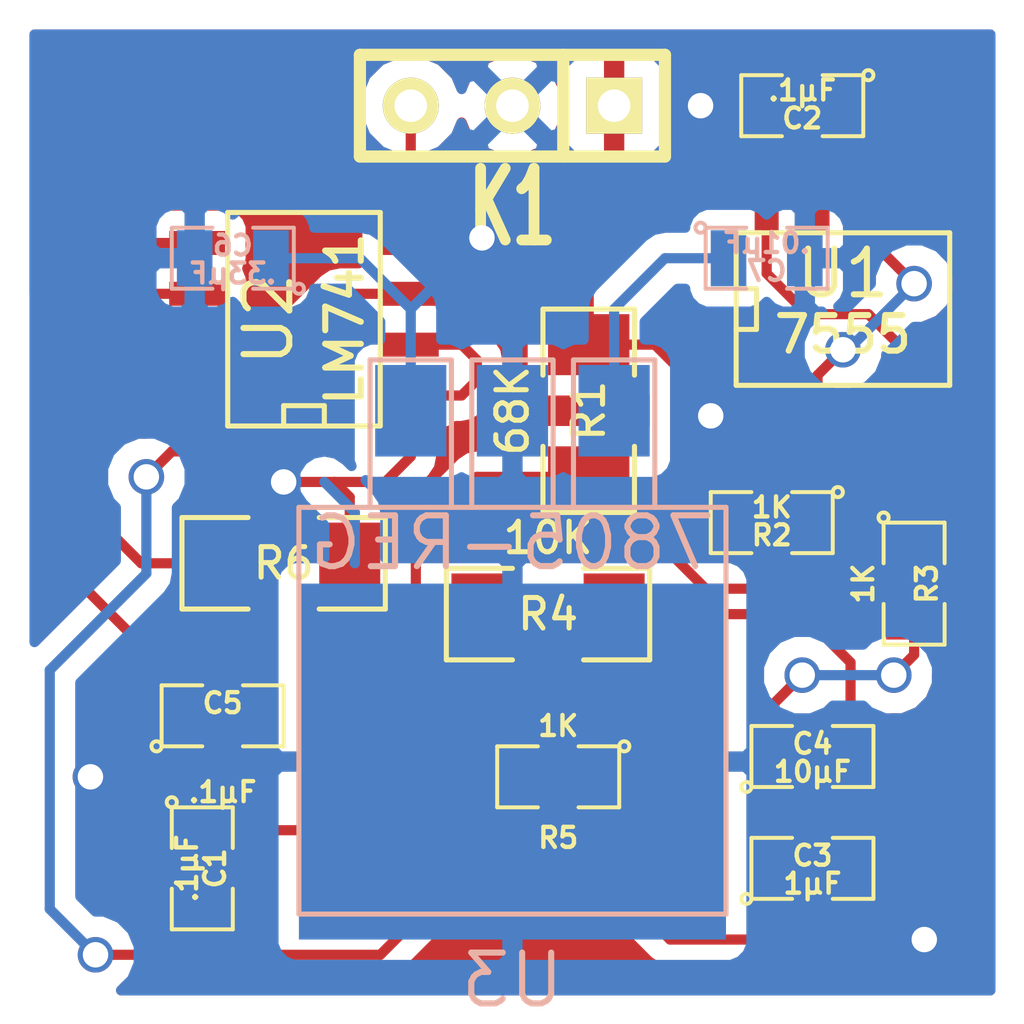
<source format=kicad_pcb>
(kicad_pcb (version 3) (host pcbnew "(2013-07-07 BZR 4022)-stable")

  (general
    (links 35)
    (no_connects 2)
    (area 0 0 0 0)
    (thickness 1.6)
    (drawings 4)
    (tracks 123)
    (zones 0)
    (modules 17)
    (nets 14)
  )

  (page A3)
  (layers
    (15 F.Cu signal)
    (0 B.Cu signal)
    (16 B.Adhes user)
    (17 F.Adhes user)
    (18 B.Paste user)
    (19 F.Paste user)
    (20 B.SilkS user)
    (21 F.SilkS user)
    (22 B.Mask user)
    (23 F.Mask user)
    (24 Dwgs.User user)
    (25 Cmts.User user)
    (26 Eco1.User user)
    (27 Eco2.User user)
    (28 Edge.Cuts user)
  )

  (setup
    (last_trace_width 0.254)
    (trace_clearance 0.254)
    (zone_clearance 0.508)
    (zone_45_only no)
    (trace_min 0.254)
    (segment_width 0.2)
    (edge_width 0.15)
    (via_size 0.889)
    (via_drill 0.635)
    (via_min_size 0.889)
    (via_min_drill 0.508)
    (uvia_size 0.508)
    (uvia_drill 0.127)
    (uvias_allowed no)
    (uvia_min_size 0.508)
    (uvia_min_drill 0.127)
    (pcb_text_width 0.3)
    (pcb_text_size 1 1)
    (mod_edge_width 0.15)
    (mod_text_size 1 1)
    (mod_text_width 0.15)
    (pad_size 1.397 1.397)
    (pad_drill 0.8128)
    (pad_to_mask_clearance 0)
    (aux_axis_origin 0 0)
    (visible_elements 7FFFFFFF)
    (pcbplotparams
      (layerselection 3178497)
      (usegerberextensions true)
      (excludeedgelayer true)
      (linewidth 0.150000)
      (plotframeref false)
      (viasonmask false)
      (mode 1)
      (useauxorigin false)
      (hpglpennumber 1)
      (hpglpenspeed 20)
      (hpglpendiameter 15)
      (hpglpenoverlay 2)
      (psnegative false)
      (psa4output false)
      (plotreference true)
      (plotvalue true)
      (plotothertext true)
      (plotinvisibletext false)
      (padsonsilk false)
      (subtractmaskfromsilk false)
      (outputformat 1)
      (mirror false)
      (drillshape 1)
      (scaleselection 1)
      (outputdirectory ""))
  )

  (net 0 "")
  (net 1 -9V)
  (net 2 GND)
  (net 3 N-0000010)
  (net 4 N-0000011)
  (net 5 N-0000012)
  (net 6 N-0000013)
  (net 7 N-0000014)
  (net 8 N-000005)
  (net 9 N-000006)
  (net 10 N-000007)
  (net 11 N-000008)
  (net 12 N-000009)
  (net 13 VCC)

  (net_class Default "This is the default net class."
    (clearance 0.254)
    (trace_width 0.254)
    (via_dia 0.889)
    (via_drill 0.635)
    (uvia_dia 0.508)
    (uvia_drill 0.127)
    (add_net "")
    (add_net -9V)
    (add_net GND)
    (add_net N-0000010)
    (add_net N-0000011)
    (add_net N-0000012)
    (add_net N-0000013)
    (add_net N-0000014)
    (add_net N-000005)
    (add_net N-000006)
    (add_net N-000007)
    (add_net N-000008)
    (add_net N-000009)
    (add_net VCC)
  )

  (module SO8E (layer F.Cu) (tedit 52E6A00E) (tstamp 52E68808)
    (at 208.28 135.89)
    (descr "module CMS SOJ 8 pins etroit")
    (tags "CMS SOJ")
    (path /52E5B921)
    (attr smd)
    (fp_text reference U1 (at 0 -0.889) (layer F.SilkS)
      (effects (font (size 1.143 1.143) (thickness 0.1524)))
    )
    (fp_text value 7555 (at 0 0.635) (layer F.SilkS)
      (effects (font (size 0.889 0.889) (thickness 0.1524)))
    )
    (fp_line (start -2.667 1.778) (end -2.667 1.905) (layer F.SilkS) (width 0.127))
    (fp_line (start -2.667 1.905) (end 2.667 1.905) (layer F.SilkS) (width 0.127))
    (fp_line (start 2.667 -1.905) (end -2.667 -1.905) (layer F.SilkS) (width 0.127))
    (fp_line (start -2.667 -1.905) (end -2.667 1.778) (layer F.SilkS) (width 0.127))
    (fp_line (start -2.667 -0.508) (end -2.159 -0.508) (layer F.SilkS) (width 0.127))
    (fp_line (start -2.159 -0.508) (end -2.159 0.508) (layer F.SilkS) (width 0.127))
    (fp_line (start -2.159 0.508) (end -2.667 0.508) (layer F.SilkS) (width 0.127))
    (fp_line (start 2.667 -1.905) (end 2.667 1.905) (layer F.SilkS) (width 0.127))
    (pad 8 smd rect (at -1.905 -2.667) (size 0.59944 1.39954)
      (layers F.Cu F.Paste F.Mask)
      (net 3 N-0000010)
    )
    (pad 1 smd rect (at -1.905 2.667) (size 0.59944 1.39954)
      (layers F.Cu F.Paste F.Mask)
      (net 2 GND)
    )
    (pad 7 smd rect (at -0.635 -2.667) (size 0.59944 1.39954)
      (layers F.Cu F.Paste F.Mask)
      (net 4 N-0000011)
    )
    (pad 6 smd rect (at 0.635 -2.667) (size 0.59944 1.39954)
      (layers F.Cu F.Paste F.Mask)
      (net 11 N-000008)
    )
    (pad 5 smd rect (at 1.905 -2.667) (size 0.59944 1.39954)
      (layers F.Cu F.Paste F.Mask)
      (net 5 N-0000012)
    )
    (pad 2 smd rect (at -0.635 2.667) (size 0.59944 1.39954)
      (layers F.Cu F.Paste F.Mask)
      (net 11 N-000008)
    )
    (pad 3 smd rect (at 0.635 2.667) (size 0.59944 1.39954)
      (layers F.Cu F.Paste F.Mask)
      (net 12 N-000009)
    )
    (pad 4 smd rect (at 1.905 2.667) (size 0.59944 1.39954)
      (layers F.Cu F.Paste F.Mask)
      (net 3 N-0000010)
    )
    (model smd/cms_so8.wrl
      (at (xyz 0 0 0))
      (scale (xyz 0.5 0.32 0.5))
      (rotate (xyz 0 0 0))
    )
  )

  (module SO8E (layer F.Cu) (tedit 4F33A5C7) (tstamp 52E6B2A8)
    (at 194.818 136.144 90)
    (descr "module CMS SOJ 8 pins etroit")
    (tags "CMS SOJ")
    (path /52E5BC9B)
    (attr smd)
    (fp_text reference U2 (at 0 -0.889 90) (layer F.SilkS)
      (effects (font (size 1.143 1.143) (thickness 0.1524)))
    )
    (fp_text value LM741 (at 0 1.016 90) (layer F.SilkS)
      (effects (font (size 0.889 0.889) (thickness 0.1524)))
    )
    (fp_line (start -2.667 1.778) (end -2.667 1.905) (layer F.SilkS) (width 0.127))
    (fp_line (start -2.667 1.905) (end 2.667 1.905) (layer F.SilkS) (width 0.127))
    (fp_line (start 2.667 -1.905) (end -2.667 -1.905) (layer F.SilkS) (width 0.127))
    (fp_line (start -2.667 -1.905) (end -2.667 1.778) (layer F.SilkS) (width 0.127))
    (fp_line (start -2.667 -0.508) (end -2.159 -0.508) (layer F.SilkS) (width 0.127))
    (fp_line (start -2.159 -0.508) (end -2.159 0.508) (layer F.SilkS) (width 0.127))
    (fp_line (start -2.159 0.508) (end -2.667 0.508) (layer F.SilkS) (width 0.127))
    (fp_line (start 2.667 -1.905) (end 2.667 1.905) (layer F.SilkS) (width 0.127))
    (pad 8 smd rect (at -1.905 -2.667 90) (size 0.59944 1.39954)
      (layers F.Cu F.Paste F.Mask)
    )
    (pad 1 smd rect (at -1.905 2.667 90) (size 0.59944 1.39954)
      (layers F.Cu F.Paste F.Mask)
      (net 2 GND)
    )
    (pad 7 smd rect (at -0.635 -2.667 90) (size 0.59944 1.39954)
      (layers F.Cu F.Paste F.Mask)
      (net 13 VCC)
    )
    (pad 6 smd rect (at 0.635 -2.667 90) (size 0.59944 1.39954)
      (layers F.Cu F.Paste F.Mask)
      (net 9 N-000006)
    )
    (pad 5 smd rect (at 1.905 -2.667 90) (size 0.59944 1.39954)
      (layers F.Cu F.Paste F.Mask)
      (net 10 N-000007)
    )
    (pad 2 smd rect (at -0.635 2.667 90) (size 0.59944 1.39954)
      (layers F.Cu F.Paste F.Mask)
      (net 2 GND)
    )
    (pad 3 smd rect (at 0.635 2.667 90) (size 0.59944 1.39954)
      (layers F.Cu F.Paste F.Mask)
      (net 8 N-000005)
    )
    (pad 4 smd rect (at 1.905 2.667 90) (size 0.59944 1.39954)
      (layers F.Cu F.Paste F.Mask)
      (net 1 -9V)
    )
    (model smd/cms_so8.wrl
      (at (xyz 0 0 0))
      (scale (xyz 0.5 0.32 0.5))
      (rotate (xyz 0 0 0))
    )
  )

  (module SM1206 (layer F.Cu) (tedit 52E6A05B) (tstamp 52E68853)
    (at 201.93 138.43 270)
    (path /52E5B97E)
    (attr smd)
    (fp_text reference R1 (at 0 0 270) (layer F.SilkS)
      (effects (font (size 0.762 0.762) (thickness 0.127)))
    )
    (fp_text value 68K (at 0 1.905 270) (layer F.SilkS)
      (effects (font (size 0.762 0.762) (thickness 0.127)))
    )
    (fp_line (start -2.54 -1.143) (end -2.54 1.143) (layer F.SilkS) (width 0.127))
    (fp_line (start -2.54 1.143) (end -0.889 1.143) (layer F.SilkS) (width 0.127))
    (fp_line (start 0.889 -1.143) (end 2.54 -1.143) (layer F.SilkS) (width 0.127))
    (fp_line (start 2.54 -1.143) (end 2.54 1.143) (layer F.SilkS) (width 0.127))
    (fp_line (start 2.54 1.143) (end 0.889 1.143) (layer F.SilkS) (width 0.127))
    (fp_line (start -0.889 -1.143) (end -2.54 -1.143) (layer F.SilkS) (width 0.127))
    (pad 1 smd rect (at -1.651 0 270) (size 1.524 2.032)
      (layers F.Cu F.Paste F.Mask)
      (net 4 N-0000011)
    )
    (pad 2 smd rect (at 1.651 0 270) (size 1.524 2.032)
      (layers F.Cu F.Paste F.Mask)
      (net 11 N-000008)
    )
    (model smd/chip_cms.wrl
      (at (xyz 0 0 0))
      (scale (xyz 0.17 0.16 0.16))
      (rotate (xyz 0 0 0))
    )
  )

  (module SM1206 (layer F.Cu) (tedit 52E6AEDC) (tstamp 52E687F3)
    (at 200.914 143.51)
    (path /52E5BB35)
    (attr smd)
    (fp_text reference R4 (at 0 0) (layer F.SilkS)
      (effects (font (size 0.762 0.762) (thickness 0.127)))
    )
    (fp_text value 10K (at 0 -1.905) (layer F.SilkS)
      (effects (font (size 0.762 0.762) (thickness 0.127)))
    )
    (fp_line (start -2.54 -1.143) (end -2.54 1.143) (layer F.SilkS) (width 0.127))
    (fp_line (start -2.54 1.143) (end -0.889 1.143) (layer F.SilkS) (width 0.127))
    (fp_line (start 0.889 -1.143) (end 2.54 -1.143) (layer F.SilkS) (width 0.127))
    (fp_line (start 2.54 -1.143) (end 2.54 1.143) (layer F.SilkS) (width 0.127))
    (fp_line (start 2.54 1.143) (end 0.889 1.143) (layer F.SilkS) (width 0.127))
    (fp_line (start -0.889 -1.143) (end -2.54 -1.143) (layer F.SilkS) (width 0.127))
    (pad 1 smd rect (at -1.651 0) (size 1.524 2.032)
      (layers F.Cu F.Paste F.Mask)
      (net 8 N-000005)
    )
    (pad 2 smd rect (at 1.651 0) (size 1.524 2.032)
      (layers F.Cu F.Paste F.Mask)
      (net 6 N-0000013)
    )
    (model smd/chip_cms.wrl
      (at (xyz 0 0 0))
      (scale (xyz 0.17 0.16 0.16))
      (rotate (xyz 0 0 0))
    )
  )

  (module SM1206 (layer F.Cu) (tedit 42806E24) (tstamp 52E687E6)
    (at 194.31 142.24 180)
    (path /52E5C0D6)
    (attr smd)
    (fp_text reference R6 (at 0 0 180) (layer F.SilkS)
      (effects (font (size 0.762 0.762) (thickness 0.127)))
    )
    (fp_text value 2K2 (at 0 0 180) (layer F.SilkS) hide
      (effects (font (size 0.762 0.762) (thickness 0.127)))
    )
    (fp_line (start -2.54 -1.143) (end -2.54 1.143) (layer F.SilkS) (width 0.127))
    (fp_line (start -2.54 1.143) (end -0.889 1.143) (layer F.SilkS) (width 0.127))
    (fp_line (start 0.889 -1.143) (end 2.54 -1.143) (layer F.SilkS) (width 0.127))
    (fp_line (start 2.54 -1.143) (end 2.54 1.143) (layer F.SilkS) (width 0.127))
    (fp_line (start 2.54 1.143) (end 0.889 1.143) (layer F.SilkS) (width 0.127))
    (fp_line (start -0.889 -1.143) (end -2.54 -1.143) (layer F.SilkS) (width 0.127))
    (pad 1 smd rect (at -1.651 0 180) (size 1.524 2.032)
      (layers F.Cu F.Paste F.Mask)
      (net 2 GND)
    )
    (pad 2 smd rect (at 1.651 0 180) (size 1.524 2.032)
      (layers F.Cu F.Paste F.Mask)
      (net 9 N-000006)
    )
    (model smd/chip_cms.wrl
      (at (xyz 0 0 0))
      (scale (xyz 0.17 0.16 0.16))
      (rotate (xyz 0 0 0))
    )
  )

  (module SM0805 (layer F.Cu) (tedit 5091495C) (tstamp 52E6866A)
    (at 206.502 141.224 180)
    (path /52E5B96F)
    (attr smd)
    (fp_text reference R2 (at 0 -0.3175 180) (layer F.SilkS)
      (effects (font (size 0.50038 0.50038) (thickness 0.10922)))
    )
    (fp_text value 1K (at 0 0.381 180) (layer F.SilkS)
      (effects (font (size 0.50038 0.50038) (thickness 0.10922)))
    )
    (fp_circle (center -1.651 0.762) (end -1.651 0.635) (layer F.SilkS) (width 0.09906))
    (fp_line (start -0.508 0.762) (end -1.524 0.762) (layer F.SilkS) (width 0.09906))
    (fp_line (start -1.524 0.762) (end -1.524 -0.762) (layer F.SilkS) (width 0.09906))
    (fp_line (start -1.524 -0.762) (end -0.508 -0.762) (layer F.SilkS) (width 0.09906))
    (fp_line (start 0.508 -0.762) (end 1.524 -0.762) (layer F.SilkS) (width 0.09906))
    (fp_line (start 1.524 -0.762) (end 1.524 0.762) (layer F.SilkS) (width 0.09906))
    (fp_line (start 1.524 0.762) (end 0.508 0.762) (layer F.SilkS) (width 0.09906))
    (pad 1 smd rect (at -0.9525 0 180) (size 0.889 1.397)
      (layers F.Cu F.Paste F.Mask)
      (net 3 N-0000010)
    )
    (pad 2 smd rect (at 0.9525 0 180) (size 0.889 1.397)
      (layers F.Cu F.Paste F.Mask)
      (net 4 N-0000011)
    )
    (model smd/chip_cms.wrl
      (at (xyz 0 0 0))
      (scale (xyz 0.1 0.1 0.1))
      (rotate (xyz 0 0 0))
    )
  )

  (module SM0805 (layer F.Cu) (tedit 5091495C) (tstamp 52E68677)
    (at 192.278 149.86 270)
    (path /52E5B997)
    (attr smd)
    (fp_text reference C1 (at 0 -0.3175 270) (layer F.SilkS)
      (effects (font (size 0.50038 0.50038) (thickness 0.10922)))
    )
    (fp_text value .1µF (at 0 0.381 270) (layer F.SilkS)
      (effects (font (size 0.50038 0.50038) (thickness 0.10922)))
    )
    (fp_circle (center -1.651 0.762) (end -1.651 0.635) (layer F.SilkS) (width 0.09906))
    (fp_line (start -0.508 0.762) (end -1.524 0.762) (layer F.SilkS) (width 0.09906))
    (fp_line (start -1.524 0.762) (end -1.524 -0.762) (layer F.SilkS) (width 0.09906))
    (fp_line (start -1.524 -0.762) (end -0.508 -0.762) (layer F.SilkS) (width 0.09906))
    (fp_line (start 0.508 -0.762) (end 1.524 -0.762) (layer F.SilkS) (width 0.09906))
    (fp_line (start 1.524 -0.762) (end 1.524 0.762) (layer F.SilkS) (width 0.09906))
    (fp_line (start 1.524 0.762) (end 0.508 0.762) (layer F.SilkS) (width 0.09906))
    (pad 1 smd rect (at -0.9525 0 270) (size 0.889 1.397)
      (layers F.Cu F.Paste F.Mask)
      (net 11 N-000008)
    )
    (pad 2 smd rect (at 0.9525 0 270) (size 0.889 1.397)
      (layers F.Cu F.Paste F.Mask)
      (net 2 GND)
    )
    (model smd/chip_cms.wrl
      (at (xyz 0 0 0))
      (scale (xyz 0.1 0.1 0.1))
      (rotate (xyz 0 0 0))
    )
  )

  (module SM0805 (layer F.Cu) (tedit 5091495C) (tstamp 52E68846)
    (at 207.264 130.81 180)
    (path /52E5B9B3)
    (attr smd)
    (fp_text reference C2 (at 0 -0.3175 180) (layer F.SilkS)
      (effects (font (size 0.50038 0.50038) (thickness 0.10922)))
    )
    (fp_text value .1µF (at 0 0.381 180) (layer F.SilkS)
      (effects (font (size 0.50038 0.50038) (thickness 0.10922)))
    )
    (fp_circle (center -1.651 0.762) (end -1.651 0.635) (layer F.SilkS) (width 0.09906))
    (fp_line (start -0.508 0.762) (end -1.524 0.762) (layer F.SilkS) (width 0.09906))
    (fp_line (start -1.524 0.762) (end -1.524 -0.762) (layer F.SilkS) (width 0.09906))
    (fp_line (start -1.524 -0.762) (end -0.508 -0.762) (layer F.SilkS) (width 0.09906))
    (fp_line (start 0.508 -0.762) (end 1.524 -0.762) (layer F.SilkS) (width 0.09906))
    (fp_line (start 1.524 -0.762) (end 1.524 0.762) (layer F.SilkS) (width 0.09906))
    (fp_line (start 1.524 0.762) (end 0.508 0.762) (layer F.SilkS) (width 0.09906))
    (pad 1 smd rect (at -0.9525 0 180) (size 0.889 1.397)
      (layers F.Cu F.Paste F.Mask)
      (net 5 N-0000012)
    )
    (pad 2 smd rect (at 0.9525 0 180) (size 0.889 1.397)
      (layers F.Cu F.Paste F.Mask)
      (net 2 GND)
    )
    (model smd/chip_cms.wrl
      (at (xyz 0 0 0))
      (scale (xyz 0.1 0.1 0.1))
      (rotate (xyz 0 0 0))
    )
  )

  (module SM0805 (layer F.Cu) (tedit 52E6AEF3) (tstamp 52E68691)
    (at 201.168 147.574 180)
    (path /52E5BB3B)
    (attr smd)
    (fp_text reference R5 (at 0 -1.524 180) (layer F.SilkS)
      (effects (font (size 0.50038 0.50038) (thickness 0.10922)))
    )
    (fp_text value 1K (at 0 1.27 180) (layer F.SilkS)
      (effects (font (size 0.50038 0.50038) (thickness 0.10922)))
    )
    (fp_circle (center -1.651 0.762) (end -1.651 0.635) (layer F.SilkS) (width 0.09906))
    (fp_line (start -0.508 0.762) (end -1.524 0.762) (layer F.SilkS) (width 0.09906))
    (fp_line (start -1.524 0.762) (end -1.524 -0.762) (layer F.SilkS) (width 0.09906))
    (fp_line (start -1.524 -0.762) (end -0.508 -0.762) (layer F.SilkS) (width 0.09906))
    (fp_line (start 0.508 -0.762) (end 1.524 -0.762) (layer F.SilkS) (width 0.09906))
    (fp_line (start 1.524 -0.762) (end 1.524 0.762) (layer F.SilkS) (width 0.09906))
    (fp_line (start 1.524 0.762) (end 0.508 0.762) (layer F.SilkS) (width 0.09906))
    (pad 1 smd rect (at -0.9525 0 180) (size 0.889 1.397)
      (layers F.Cu F.Paste F.Mask)
      (net 2 GND)
    )
    (pad 2 smd rect (at 0.9525 0 180) (size 0.889 1.397)
      (layers F.Cu F.Paste F.Mask)
      (net 8 N-000005)
    )
    (model smd/chip_cms.wrl
      (at (xyz 0 0 0))
      (scale (xyz 0.1 0.1 0.1))
      (rotate (xyz 0 0 0))
    )
  )

  (module SM0805 (layer F.Cu) (tedit 52E6A045) (tstamp 52E6869E)
    (at 210.058 142.748 270)
    (path /52E5BB4B)
    (attr smd)
    (fp_text reference R3 (at 0 -0.3175 270) (layer F.SilkS)
      (effects (font (size 0.50038 0.50038) (thickness 0.10922)))
    )
    (fp_text value 1K (at 0 1.27 270) (layer F.SilkS)
      (effects (font (size 0.50038 0.50038) (thickness 0.10922)))
    )
    (fp_circle (center -1.651 0.762) (end -1.651 0.635) (layer F.SilkS) (width 0.09906))
    (fp_line (start -0.508 0.762) (end -1.524 0.762) (layer F.SilkS) (width 0.09906))
    (fp_line (start -1.524 0.762) (end -1.524 -0.762) (layer F.SilkS) (width 0.09906))
    (fp_line (start -1.524 -0.762) (end -0.508 -0.762) (layer F.SilkS) (width 0.09906))
    (fp_line (start 0.508 -0.762) (end 1.524 -0.762) (layer F.SilkS) (width 0.09906))
    (fp_line (start 1.524 -0.762) (end 1.524 0.762) (layer F.SilkS) (width 0.09906))
    (fp_line (start 1.524 0.762) (end 0.508 0.762) (layer F.SilkS) (width 0.09906))
    (pad 1 smd rect (at -0.9525 0 270) (size 0.889 1.397)
      (layers F.Cu F.Paste F.Mask)
      (net 12 N-000009)
    )
    (pad 2 smd rect (at 0.9525 0 270) (size 0.889 1.397)
      (layers F.Cu F.Paste F.Mask)
      (net 7 N-0000014)
    )
    (model smd/chip_cms.wrl
      (at (xyz 0 0 0))
      (scale (xyz 0.1 0.1 0.1))
      (rotate (xyz 0 0 0))
    )
  )

  (module SM0805 (layer F.Cu) (tedit 52E6A042) (tstamp 52E686AB)
    (at 192.786 146.05)
    (path /52E5C087)
    (attr smd)
    (fp_text reference C5 (at 0 -0.3175) (layer F.SilkS)
      (effects (font (size 0.50038 0.50038) (thickness 0.10922)))
    )
    (fp_text value .1µF (at 0 1.905) (layer F.SilkS)
      (effects (font (size 0.50038 0.50038) (thickness 0.10922)))
    )
    (fp_circle (center -1.651 0.762) (end -1.651 0.635) (layer F.SilkS) (width 0.09906))
    (fp_line (start -0.508 0.762) (end -1.524 0.762) (layer F.SilkS) (width 0.09906))
    (fp_line (start -1.524 0.762) (end -1.524 -0.762) (layer F.SilkS) (width 0.09906))
    (fp_line (start -1.524 -0.762) (end -0.508 -0.762) (layer F.SilkS) (width 0.09906))
    (fp_line (start 0.508 -0.762) (end 1.524 -0.762) (layer F.SilkS) (width 0.09906))
    (fp_line (start 1.524 -0.762) (end 1.524 0.762) (layer F.SilkS) (width 0.09906))
    (fp_line (start 1.524 0.762) (end 0.508 0.762) (layer F.SilkS) (width 0.09906))
    (pad 1 smd rect (at -0.9525 0) (size 0.889 1.397)
      (layers F.Cu F.Paste F.Mask)
      (net 2 GND)
    )
    (pad 2 smd rect (at 0.9525 0) (size 0.889 1.397)
      (layers F.Cu F.Paste F.Mask)
      (net 10 N-000007)
    )
    (model smd/chip_cms.wrl
      (at (xyz 0 0 0))
      (scale (xyz 0.1 0.1 0.1))
      (rotate (xyz 0 0 0))
    )
  )

  (module SM0805 (layer F.Cu) (tedit 5091495C) (tstamp 52E686B8)
    (at 207.518 147.066)
    (path /52E5C543)
    (attr smd)
    (fp_text reference C4 (at 0 -0.3175) (layer F.SilkS)
      (effects (font (size 0.50038 0.50038) (thickness 0.10922)))
    )
    (fp_text value 10µF (at 0 0.381) (layer F.SilkS)
      (effects (font (size 0.50038 0.50038) (thickness 0.10922)))
    )
    (fp_circle (center -1.651 0.762) (end -1.651 0.635) (layer F.SilkS) (width 0.09906))
    (fp_line (start -0.508 0.762) (end -1.524 0.762) (layer F.SilkS) (width 0.09906))
    (fp_line (start -1.524 0.762) (end -1.524 -0.762) (layer F.SilkS) (width 0.09906))
    (fp_line (start -1.524 -0.762) (end -0.508 -0.762) (layer F.SilkS) (width 0.09906))
    (fp_line (start 0.508 -0.762) (end 1.524 -0.762) (layer F.SilkS) (width 0.09906))
    (fp_line (start 1.524 -0.762) (end 1.524 0.762) (layer F.SilkS) (width 0.09906))
    (fp_line (start 1.524 0.762) (end 0.508 0.762) (layer F.SilkS) (width 0.09906))
    (pad 1 smd rect (at -0.9525 0) (size 0.889 1.397)
      (layers F.Cu F.Paste F.Mask)
      (net 7 N-0000014)
    )
    (pad 2 smd rect (at 0.9525 0) (size 0.889 1.397)
      (layers F.Cu F.Paste F.Mask)
      (net 6 N-0000013)
    )
    (model smd/chip_cms.wrl
      (at (xyz 0 0 0))
      (scale (xyz 0.1 0.1 0.1))
      (rotate (xyz 0 0 0))
    )
  )

  (module SM0805 (layer F.Cu) (tedit 5091495C) (tstamp 52E68838)
    (at 207.518 149.86)
    (path /52E5C61B)
    (attr smd)
    (fp_text reference C3 (at 0 -0.3175) (layer F.SilkS)
      (effects (font (size 0.50038 0.50038) (thickness 0.10922)))
    )
    (fp_text value 1µF (at 0 0.381) (layer F.SilkS)
      (effects (font (size 0.50038 0.50038) (thickness 0.10922)))
    )
    (fp_circle (center -1.651 0.762) (end -1.651 0.635) (layer F.SilkS) (width 0.09906))
    (fp_line (start -0.508 0.762) (end -1.524 0.762) (layer F.SilkS) (width 0.09906))
    (fp_line (start -1.524 0.762) (end -1.524 -0.762) (layer F.SilkS) (width 0.09906))
    (fp_line (start -1.524 -0.762) (end -0.508 -0.762) (layer F.SilkS) (width 0.09906))
    (fp_line (start 0.508 -0.762) (end 1.524 -0.762) (layer F.SilkS) (width 0.09906))
    (fp_line (start 1.524 -0.762) (end 1.524 0.762) (layer F.SilkS) (width 0.09906))
    (fp_line (start 1.524 0.762) (end 0.508 0.762) (layer F.SilkS) (width 0.09906))
    (pad 1 smd rect (at -0.9525 0) (size 0.889 1.397)
      (layers F.Cu F.Paste F.Mask)
      (net 7 N-0000014)
    )
    (pad 2 smd rect (at 0.9525 0) (size 0.889 1.397)
      (layers F.Cu F.Paste F.Mask)
      (net 2 GND)
    )
    (model smd/chip_cms.wrl
      (at (xyz 0 0 0))
      (scale (xyz 0.1 0.1 0.1))
      (rotate (xyz 0 0 0))
    )
  )

  (module SIL-3 (layer F.Cu) (tedit 52E69E46) (tstamp 52E6882A)
    (at 200.025 130.81 180)
    (descr "Connecteur 3 pins")
    (tags "CONN DEV")
    (path /52E5D0F7)
    (fp_text reference K1 (at 0 -2.54 180) (layer F.SilkS)
      (effects (font (size 1.7907 1.07696) (thickness 0.3048)))
    )
    (fp_text value CONN_3 (at 0 -2.54 180) (layer F.SilkS) hide
      (effects (font (size 1.524 1.016) (thickness 0.3048)))
    )
    (fp_line (start -3.81 1.27) (end -3.81 -1.27) (layer F.SilkS) (width 0.3048))
    (fp_line (start -3.81 -1.27) (end 3.81 -1.27) (layer F.SilkS) (width 0.3048))
    (fp_line (start 3.81 -1.27) (end 3.81 1.27) (layer F.SilkS) (width 0.3048))
    (fp_line (start 3.81 1.27) (end -3.81 1.27) (layer F.SilkS) (width 0.3048))
    (fp_line (start -1.27 -1.27) (end -1.27 1.27) (layer F.SilkS) (width 0.3048))
    (pad 1 thru_hole rect (at -2.54 0 180) (size 1.397 1.397) (drill 0.8128)
      (layers *.Cu *.Mask F.SilkS)
      (net 13 VCC)
    )
    (pad 2 thru_hole circle (at 0 0 180) (size 1.397 1.397) (drill 0.8128)
      (layers *.Cu *.Mask F.SilkS)
      (net 2 GND)
    )
    (pad 3 thru_hole circle (at 2.54 0 180) (size 1.397 1.397) (drill 0.8128)
      (layers *.Cu *.Mask F.SilkS)
      (net 1 -9V)
    )
  )

  (module SM0805 (layer B.Cu) (tedit 5091495C) (tstamp 52E68A88)
    (at 193.04 134.62 180)
    (path /52E68988)
    (attr smd)
    (fp_text reference C6 (at 0 0.3175 180) (layer B.SilkS)
      (effects (font (size 0.50038 0.50038) (thickness 0.10922)) (justify mirror))
    )
    (fp_text value .33µF (at 0 -0.381 180) (layer B.SilkS)
      (effects (font (size 0.50038 0.50038) (thickness 0.10922)) (justify mirror))
    )
    (fp_circle (center -1.651 -0.762) (end -1.651 -0.635) (layer B.SilkS) (width 0.09906))
    (fp_line (start -0.508 -0.762) (end -1.524 -0.762) (layer B.SilkS) (width 0.09906))
    (fp_line (start -1.524 -0.762) (end -1.524 0.762) (layer B.SilkS) (width 0.09906))
    (fp_line (start -1.524 0.762) (end -0.508 0.762) (layer B.SilkS) (width 0.09906))
    (fp_line (start 0.508 0.762) (end 1.524 0.762) (layer B.SilkS) (width 0.09906))
    (fp_line (start 1.524 0.762) (end 1.524 -0.762) (layer B.SilkS) (width 0.09906))
    (fp_line (start 1.524 -0.762) (end 0.508 -0.762) (layer B.SilkS) (width 0.09906))
    (pad 1 smd rect (at -0.9525 0 180) (size 0.889 1.397)
      (layers B.Cu B.Paste B.Mask)
      (net 13 VCC)
    )
    (pad 2 smd rect (at 0.9525 0 180) (size 0.889 1.397)
      (layers B.Cu B.Paste B.Mask)
      (net 2 GND)
    )
    (model smd/chip_cms.wrl
      (at (xyz 0 0 0))
      (scale (xyz 0.1 0.1 0.1))
      (rotate (xyz 0 0 0))
    )
  )

  (module SM0805 (layer B.Cu) (tedit 5091495C) (tstamp 52E68A95)
    (at 206.375 134.62)
    (path /52E68995)
    (attr smd)
    (fp_text reference C7 (at 0 0.3175) (layer B.SilkS)
      (effects (font (size 0.50038 0.50038) (thickness 0.10922)) (justify mirror))
    )
    (fp_text value .01µF (at 0 -0.381) (layer B.SilkS)
      (effects (font (size 0.50038 0.50038) (thickness 0.10922)) (justify mirror))
    )
    (fp_circle (center -1.651 -0.762) (end -1.651 -0.635) (layer B.SilkS) (width 0.09906))
    (fp_line (start -0.508 -0.762) (end -1.524 -0.762) (layer B.SilkS) (width 0.09906))
    (fp_line (start -1.524 -0.762) (end -1.524 0.762) (layer B.SilkS) (width 0.09906))
    (fp_line (start -1.524 0.762) (end -0.508 0.762) (layer B.SilkS) (width 0.09906))
    (fp_line (start 0.508 0.762) (end 1.524 0.762) (layer B.SilkS) (width 0.09906))
    (fp_line (start 1.524 0.762) (end 1.524 -0.762) (layer B.SilkS) (width 0.09906))
    (fp_line (start 1.524 -0.762) (end 0.508 -0.762) (layer B.SilkS) (width 0.09906))
    (pad 1 smd rect (at -0.9525 0) (size 0.889 1.397)
      (layers B.Cu B.Paste B.Mask)
      (net 3 N-0000010)
    )
    (pad 2 smd rect (at 0.9525 0) (size 0.889 1.397)
      (layers B.Cu B.Paste B.Mask)
      (net 2 GND)
    )
    (model smd/chip_cms.wrl
      (at (xyz 0 0 0))
      (scale (xyz 0.1 0.1 0.1))
      (rotate (xyz 0 0 0))
    )
  )

  (module DPAK3 (layer B.Cu) (tedit 42808881) (tstamp 52E6AD34)
    (at 200.025 138.43)
    (tags "CMS DPACK")
    (path /52E69C4C)
    (fp_text reference U3 (at 0 14.224) (layer B.SilkS)
      (effects (font (size 1.27 1.27) (thickness 0.1524)) (justify mirror))
    )
    (fp_text value 7805-REG (at 0 3.302) (layer B.SilkS)
      (effects (font (size 1.27 1.27) (thickness 0.1524)) (justify mirror))
    )
    (fp_line (start 1.524 2.413) (end 1.524 -1.27) (layer B.SilkS) (width 0.127))
    (fp_line (start 1.524 -1.27) (end 3.556 -1.27) (layer B.SilkS) (width 0.127))
    (fp_line (start 3.556 -1.27) (end 3.556 2.413) (layer B.SilkS) (width 0.127))
    (fp_line (start -1.016 2.413) (end -1.016 -1.27) (layer B.SilkS) (width 0.127))
    (fp_line (start -1.016 -1.27) (end 1.016 -1.27) (layer B.SilkS) (width 0.127))
    (fp_line (start 1.016 -1.27) (end 1.016 2.413) (layer B.SilkS) (width 0.127))
    (fp_line (start -3.556 2.413) (end -3.556 -1.27) (layer B.SilkS) (width 0.127))
    (fp_line (start -3.556 -1.27) (end -1.524 -1.27) (layer B.SilkS) (width 0.127))
    (fp_line (start -1.524 -1.27) (end -1.524 2.413) (layer B.SilkS) (width 0.127))
    (fp_line (start -5.334 2.413) (end 5.334 2.413) (layer B.SilkS) (width 0.127))
    (fp_line (start 5.334 2.413) (end 5.334 12.573) (layer B.SilkS) (width 0.127))
    (fp_line (start 5.334 12.573) (end -5.334 12.573) (layer B.SilkS) (width 0.127))
    (fp_line (start -5.334 12.573) (end -5.334 2.413) (layer B.SilkS) (width 0.127))
    (pad 2 smd rect (at 0 8.763) (size 10.668 8.89)
      (layers B.Cu B.Paste B.Mask)
      (net 2 GND)
    )
    (pad 2 smd rect (at 0 0) (size 1.778 2.286)
      (layers B.Cu B.Paste B.Mask)
      (net 2 GND)
    )
    (pad 1 smd rect (at -2.54 0) (size 1.778 2.286)
      (layers B.Cu B.Paste B.Mask)
      (net 13 VCC)
    )
    (pad 3 smd rect (at 2.54 0) (size 1.778 2.286)
      (layers B.Cu B.Paste B.Mask)
      (net 3 N-0000010)
    )
    (model smd/dpack_3.wrl
      (at (xyz 0 0 0))
      (scale (xyz 1 1 1))
      (rotate (xyz 0 0 0))
    )
  )

  (gr_line (start 212.725 128.27) (end 187.325 128.27) (angle 90) (layer Eco2.User) (width 0.2))
  (gr_line (start 212.725 153.67) (end 212.725 128.27) (angle 90) (layer Eco2.User) (width 0.2))
  (gr_line (start 187.325 153.67) (end 212.725 153.67) (angle 90) (layer Eco2.User) (width 0.2))
  (gr_line (start 187.325 128.27) (end 187.325 153.67) (angle 90) (layer Eco2.User) (width 0.2))

  (segment (start 196.088 142.24) (end 196.088 140.97) (width 0.254) (layer B.Cu) (net 0))
  (segment (start 196.088 140.97) (end 195.326 140.208) (width 0.254) (layer B.Cu) (net 0) (tstamp 52E6B3B5))
  (segment (start 197.485 130.81) (end 197.485 134.239) (width 0.254) (layer F.Cu) (net 1) (status C00000))
  (segment (start 206.375 138.557) (end 204.978 138.557) (width 0.254) (layer F.Cu) (net 2) (status 400000))
  (via (at 204.978 138.557) (size 0.889) (layers F.Cu B.Cu) (net 2))
  (segment (start 195.961 142.24) (end 195.961 140.589) (width 0.254) (layer F.Cu) (net 2) (status 400000))
  (segment (start 195.961 140.589) (end 195.58 140.208) (width 0.254) (layer F.Cu) (net 2) (tstamp 52E6B3C4))
  (segment (start 197.485 138.049) (end 197.485 139.573) (width 0.254) (layer F.Cu) (net 2) (status 400000))
  (via (at 194.31 140.208) (size 0.889) (layers F.Cu B.Cu) (net 2))
  (segment (start 196.85 140.208) (end 195.58 140.208) (width 0.254) (layer F.Cu) (net 2) (tstamp 52E6B3AE))
  (segment (start 195.58 140.208) (end 194.31 140.208) (width 0.254) (layer F.Cu) (net 2) (tstamp 52E6B3CB))
  (segment (start 197.485 139.573) (end 196.85 140.208) (width 0.254) (layer F.Cu) (net 2) (tstamp 52E6B3AB))
  (segment (start 197.485 136.779) (end 198.755 136.779) (width 0.254) (layer F.Cu) (net 2) (status 400000))
  (segment (start 198.755 138.049) (end 197.485 138.049) (width 0.254) (layer F.Cu) (net 2) (tstamp 52E6B2DC) (status 800000))
  (segment (start 199.136 137.668) (end 198.755 138.049) (width 0.254) (layer F.Cu) (net 2) (tstamp 52E6B2DB))
  (segment (start 199.136 137.16) (end 199.136 137.668) (width 0.254) (layer F.Cu) (net 2) (tstamp 52E6B2DA))
  (segment (start 198.755 136.779) (end 199.136 137.16) (width 0.254) (layer F.Cu) (net 2) (tstamp 52E6B2D9))
  (segment (start 206.3115 130.81) (end 204.724 130.81) (width 0.254) (layer F.Cu) (net 2))
  (via (at 204.724 130.81) (size 0.889) (layers F.Cu B.Cu) (net 2))
  (segment (start 208.4705 149.86) (end 209.804 149.86) (width 0.254) (layer F.Cu) (net 2))
  (segment (start 202.1205 149.7965) (end 203.962 151.638) (width 0.254) (layer F.Cu) (net 2) (tstamp 52E6B175))
  (segment (start 203.962 151.638) (end 210.312 151.638) (width 0.254) (layer F.Cu) (net 2) (tstamp 52E6B179))
  (via (at 210.312 151.638) (size 0.889) (layers F.Cu B.Cu) (net 2))
  (segment (start 202.1205 149.7965) (end 202.1205 147.574) (width 0.254) (layer F.Cu) (net 2))
  (segment (start 210.312 150.368) (end 210.312 151.638) (width 0.254) (layer F.Cu) (net 2) (tstamp 52E6B180))
  (segment (start 209.804 149.86) (end 210.312 150.368) (width 0.254) (layer F.Cu) (net 2) (tstamp 52E6B17F))
  (segment (start 191.8335 146.05) (end 190.246 146.05) (width 0.254) (layer F.Cu) (net 2))
  (segment (start 190.9445 150.8125) (end 189.484 149.352) (width 0.254) (layer F.Cu) (net 2) (tstamp 52E6B12A))
  (segment (start 189.484 149.352) (end 189.484 147.574) (width 0.254) (layer F.Cu) (net 2) (tstamp 52E6B132))
  (via (at 189.484 147.574) (size 0.889) (layers F.Cu B.Cu) (net 2))
  (segment (start 190.9445 150.8125) (end 192.278 150.8125) (width 0.254) (layer F.Cu) (net 2))
  (segment (start 189.484 146.812) (end 189.484 147.574) (width 0.254) (layer F.Cu) (net 2) (tstamp 52E6B14F))
  (segment (start 190.246 146.05) (end 189.484 146.812) (width 0.254) (layer F.Cu) (net 2) (tstamp 52E6B14A))
  (segment (start 210.185 138.557) (end 210.185 137.287) (width 0.254) (layer F.Cu) (net 3) (status 400000))
  (segment (start 206.375 135.001) (end 206.375 133.223) (width 0.254) (layer F.Cu) (net 3) (tstamp 52E6B45F) (status 800000))
  (segment (start 207.391 136.017) (end 206.375 135.001) (width 0.254) (layer F.Cu) (net 3) (tstamp 52E6B45C))
  (segment (start 208.915 136.017) (end 207.391 136.017) (width 0.254) (layer F.Cu) (net 3) (tstamp 52E6B459))
  (segment (start 210.185 137.287) (end 208.915 136.017) (width 0.254) (layer F.Cu) (net 3) (tstamp 52E6B455))
  (segment (start 202.565 138.43) (end 202.565 135.89) (width 0.254) (layer B.Cu) (net 3))
  (segment (start 203.835 134.62) (end 205.4225 134.62) (width 0.254) (layer B.Cu) (net 3) (tstamp 52E6AE13))
  (segment (start 202.565 135.89) (end 203.835 134.62) (width 0.254) (layer B.Cu) (net 3) (tstamp 52E6AE0F))
  (segment (start 201.93 136.779) (end 203.581 136.779) (width 0.254) (layer F.Cu) (net 4) (status 400000))
  (segment (start 204.089 139.7635) (end 205.5495 141.224) (width 0.254) (layer F.Cu) (net 4) (tstamp 52E6B3F6) (status 800000))
  (segment (start 204.089 137.287) (end 204.089 139.7635) (width 0.254) (layer F.Cu) (net 4) (tstamp 52E6B3F4))
  (segment (start 203.581 136.779) (end 204.089 137.287) (width 0.254) (layer F.Cu) (net 4) (tstamp 52E6B3F2))
  (segment (start 207.645 133.223) (end 207.645 132.334) (width 0.254) (layer F.Cu) (net 4) (status 400000))
  (segment (start 201.93 134.874) (end 201.93 136.779) (width 0.254) (layer F.Cu) (net 4) (tstamp 52E6B3EE) (status 800000))
  (segment (start 204.724 132.08) (end 201.93 134.874) (width 0.254) (layer F.Cu) (net 4) (tstamp 52E6B3EB))
  (segment (start 207.391 132.08) (end 204.724 132.08) (width 0.254) (layer F.Cu) (net 4) (tstamp 52E6B3E9))
  (segment (start 207.645 132.334) (end 207.391 132.08) (width 0.254) (layer F.Cu) (net 4) (tstamp 52E6B3E6))
  (segment (start 210.185 133.223) (end 210.185 131.699) (width 0.254) (layer F.Cu) (net 5))
  (segment (start 209.296 130.81) (end 208.2165 130.81) (width 0.254) (layer F.Cu) (net 5) (tstamp 52E6B0CE))
  (segment (start 210.185 131.699) (end 209.296 130.81) (width 0.254) (layer F.Cu) (net 5) (tstamp 52E6B0CD))
  (segment (start 208.4705 147.066) (end 208.4705 144.7165) (width 0.254) (layer F.Cu) (net 6))
  (segment (start 207.264 143.51) (end 202.565 143.51) (width 0.254) (layer F.Cu) (net 6) (tstamp 52E6AFF4))
  (segment (start 208.4705 144.7165) (end 207.264 143.51) (width 0.254) (layer F.Cu) (net 6) (tstamp 52E6AFEC))
  (segment (start 210.058 143.7005) (end 210.058 144.526) (width 0.254) (layer F.Cu) (net 7))
  (segment (start 206.5655 145.7325) (end 206.5655 147.066) (width 0.254) (layer F.Cu) (net 7) (tstamp 52E6B084))
  (segment (start 207.264 145.034) (end 206.5655 145.7325) (width 0.254) (layer F.Cu) (net 7) (tstamp 52E6B083))
  (via (at 207.264 145.034) (size 0.889) (layers F.Cu B.Cu) (net 7))
  (segment (start 209.55 145.034) (end 207.264 145.034) (width 0.254) (layer B.Cu) (net 7) (tstamp 52E6B07F))
  (via (at 209.55 145.034) (size 0.889) (layers F.Cu B.Cu) (net 7))
  (segment (start 210.058 144.526) (end 209.55 145.034) (width 0.254) (layer F.Cu) (net 7) (tstamp 52E6B078))
  (segment (start 206.5655 147.066) (end 206.5655 149.86) (width 0.254) (layer F.Cu) (net 7))
  (segment (start 199.263 143.51) (end 199.263 149.479) (width 0.254) (layer F.Cu) (net 8) (status 400000))
  (segment (start 195.707 135.509) (end 197.485 135.509) (width 0.254) (layer F.Cu) (net 8) (tstamp 52E6B4F1) (status 800000))
  (segment (start 194.691 136.525) (end 195.707 135.509) (width 0.254) (layer F.Cu) (net 8) (tstamp 52E6B4F0))
  (segment (start 194.691 138.557) (end 194.691 136.525) (width 0.254) (layer F.Cu) (net 8) (tstamp 52E6B4EF))
  (segment (start 193.802 139.446) (end 194.691 138.557) (width 0.254) (layer F.Cu) (net 8) (tstamp 52E6B4EC))
  (segment (start 191.516 139.446) (end 193.802 139.446) (width 0.254) (layer F.Cu) (net 8) (tstamp 52E6B4EB))
  (segment (start 190.881 140.081) (end 191.516 139.446) (width 0.254) (layer F.Cu) (net 8) (tstamp 52E6B4EA))
  (via (at 190.881 140.081) (size 0.889) (layers F.Cu B.Cu) (net 8))
  (segment (start 190.881 142.494) (end 190.881 140.081) (width 0.254) (layer B.Cu) (net 8) (tstamp 52E6B4E6))
  (segment (start 188.468 144.907) (end 190.881 142.494) (width 0.254) (layer B.Cu) (net 8) (tstamp 52E6B4E4))
  (segment (start 188.468 150.876) (end 188.468 144.907) (width 0.254) (layer B.Cu) (net 8) (tstamp 52E6B4D3))
  (segment (start 189.611 152.019) (end 188.468 150.876) (width 0.254) (layer B.Cu) (net 8) (tstamp 52E6B4D2))
  (via (at 189.611 152.019) (size 0.889) (layers F.Cu B.Cu) (net 8))
  (segment (start 196.723 152.019) (end 189.611 152.019) (width 0.254) (layer F.Cu) (net 8) (tstamp 52E6B4CF))
  (segment (start 199.263 149.479) (end 196.723 152.019) (width 0.254) (layer F.Cu) (net 8) (tstamp 52E6B4C5))
  (segment (start 200.2155 147.574) (end 200.2155 146.3675) (width 0.254) (layer F.Cu) (net 8))
  (segment (start 199.263 145.415) (end 199.263 143.51) (width 0.254) (layer F.Cu) (net 8) (tstamp 52E6AFDB))
  (segment (start 200.2155 146.3675) (end 199.263 145.415) (width 0.254) (layer F.Cu) (net 8) (tstamp 52E6AFD9))
  (segment (start 192.659 142.24) (end 190.754 142.24) (width 0.254) (layer F.Cu) (net 9) (status 400000))
  (segment (start 190.627 135.509) (end 192.151 135.509) (width 0.254) (layer F.Cu) (net 9) (tstamp 52E6B2EA) (status 800000))
  (segment (start 189.738 136.398) (end 190.627 135.509) (width 0.254) (layer F.Cu) (net 9) (tstamp 52E6B2E9))
  (segment (start 189.738 141.224) (end 189.738 136.398) (width 0.254) (layer F.Cu) (net 9) (tstamp 52E6B2E7))
  (segment (start 190.754 142.24) (end 189.738 141.224) (width 0.254) (layer F.Cu) (net 9) (tstamp 52E6B2E4))
  (segment (start 192.151 134.239) (end 190.373 134.239) (width 0.254) (layer F.Cu) (net 10) (status 400000))
  (segment (start 193.7385 144.7165) (end 193.7385 146.05) (width 0.254) (layer F.Cu) (net 10) (tstamp 52E6B315) (status 800000))
  (segment (start 193.294 144.272) (end 193.7385 144.7165) (width 0.254) (layer F.Cu) (net 10) (tstamp 52E6B314))
  (segment (start 190.754 144.272) (end 193.294 144.272) (width 0.254) (layer F.Cu) (net 10) (tstamp 52E6B312))
  (segment (start 188.722 142.24) (end 190.754 144.272) (width 0.254) (layer F.Cu) (net 10) (tstamp 52E6B310))
  (segment (start 188.722 135.89) (end 188.722 142.24) (width 0.254) (layer F.Cu) (net 10) (tstamp 52E6B30D))
  (segment (start 190.373 134.239) (end 188.722 135.89) (width 0.254) (layer F.Cu) (net 10) (tstamp 52E6B309))
  (segment (start 208.915 133.223) (end 208.915 134.112) (width 0.254) (layer F.Cu) (net 11) (status 400000))
  (segment (start 207.645 137.541) (end 207.645 138.557) (width 0.254) (layer F.Cu) (net 11) (tstamp 52E6B476) (status 800000))
  (segment (start 208.28 136.906) (end 207.645 137.541) (width 0.254) (layer F.Cu) (net 11) (tstamp 52E6B475))
  (via (at 208.28 136.906) (size 0.889) (layers F.Cu B.Cu) (net 11))
  (segment (start 208.407 136.906) (end 208.28 136.906) (width 0.254) (layer B.Cu) (net 11) (tstamp 52E6B472))
  (segment (start 210.058 135.255) (end 208.407 136.906) (width 0.254) (layer B.Cu) (net 11) (tstamp 52E6B471))
  (via (at 210.058 135.255) (size 0.889) (layers F.Cu B.Cu) (net 11))
  (segment (start 208.915 134.112) (end 210.058 135.255) (width 0.254) (layer F.Cu) (net 11) (tstamp 52E6B46E))
  (segment (start 201.93 140.081) (end 202.057 140.081) (width 0.254) (layer F.Cu) (net 11) (status C00000))
  (segment (start 207.645 139.319) (end 207.645 138.557) (width 0.254) (layer F.Cu) (net 11) (tstamp 52E6B43C) (status 800000))
  (segment (start 208.661 140.335) (end 207.645 139.319) (width 0.254) (layer F.Cu) (net 11) (tstamp 52E6B437))
  (segment (start 208.661 142.113) (end 208.661 140.335) (width 0.254) (layer F.Cu) (net 11) (tstamp 52E6B436))
  (segment (start 207.899 142.875) (end 208.661 142.113) (width 0.254) (layer F.Cu) (net 11) (tstamp 52E6B435))
  (segment (start 204.851 142.875) (end 207.899 142.875) (width 0.254) (layer F.Cu) (net 11) (tstamp 52E6B42F))
  (segment (start 202.057 140.081) (end 204.851 142.875) (width 0.254) (layer F.Cu) (net 11) (tstamp 52E6B40C) (status 400000))
  (segment (start 201.93 140.081) (end 199.136 140.081) (width 0.254) (layer F.Cu) (net 11) (status 400000))
  (segment (start 196.4055 148.9075) (end 192.278 148.9075) (width 0.254) (layer F.Cu) (net 11) (tstamp 52E6B408) (status 800000))
  (segment (start 197.612 147.701) (end 196.4055 148.9075) (width 0.254) (layer F.Cu) (net 11) (tstamp 52E6B405))
  (segment (start 197.612 141.605) (end 197.612 147.701) (width 0.254) (layer F.Cu) (net 11) (tstamp 52E6B402))
  (segment (start 199.136 140.081) (end 197.612 141.605) (width 0.254) (layer F.Cu) (net 11) (tstamp 52E6B3FE))
  (segment (start 210.058 141.7955) (end 210.058 140.716) (width 0.254) (layer F.Cu) (net 12))
  (segment (start 209.042 138.684) (end 208.915 138.557) (width 0.254) (layer F.Cu) (net 12) (tstamp 52E6B075))
  (segment (start 209.042 139.7) (end 209.042 138.684) (width 0.254) (layer F.Cu) (net 12) (tstamp 52E6B06E))
  (segment (start 210.058 140.716) (end 209.042 139.7) (width 0.254) (layer F.Cu) (net 12) (tstamp 52E6B06A))
  (segment (start 197.485 138.43) (end 197.485 135.89) (width 0.254) (layer B.Cu) (net 13) (status 400000))
  (segment (start 197.485 135.89) (end 199.263 134.112) (width 0.254) (layer B.Cu) (net 13) (tstamp 52E6B577))
  (via (at 199.263 134.112) (size 0.889) (layers F.Cu B.Cu) (net 13))
  (segment (start 196.215 134.62) (end 193.9925 134.62) (width 0.254) (layer B.Cu) (net 13) (tstamp 52E6ADBB))
  (segment (start 197.485 135.89) (end 196.215 134.62) (width 0.254) (layer B.Cu) (net 13) (tstamp 52E6ADB8))

  (zone (net 2) (net_name GND) (layer B.Cu) (tstamp 52E6AD7E) (hatch edge 0.508)
    (connect_pads (clearance 0.508))
    (min_thickness 0.254)
    (fill (arc_segments 16) (thermal_gap 0.508) (thermal_bridge_width 0.508))
    (polygon
      (pts
        (xy 212.09 153.035) (xy 187.96 153.035) (xy 187.96 128.905) (xy 212.09 128.905)
      )
    )
    (filled_polygon
      (pts
        (xy 211.963 152.908) (xy 211.137687 152.908) (xy 211.137687 135.041216) (xy 210.973689 134.644311) (xy 210.670286 134.340378)
        (xy 210.273668 134.175687) (xy 209.844216 134.175313) (xy 209.447311 134.339311) (xy 209.143378 134.642714) (xy 208.978687 135.039332)
        (xy 208.978497 135.256871) (xy 208.408758 135.826611) (xy 208.162027 135.826396) (xy 208.310013 135.678668) (xy 208.406889 135.445364)
        (xy 208.40711 135.192745) (xy 208.40711 134.047255) (xy 208.406889 133.794636) (xy 208.310013 133.561332) (xy 208.131229 133.382859)
        (xy 207.897755 133.28639) (xy 207.61325 133.2865) (xy 207.4545 133.44525) (xy 207.4545 134.493) (xy 208.24825 134.493)
        (xy 208.407 134.33425) (xy 208.40711 134.047255) (xy 208.40711 135.192745) (xy 208.407 134.90575) (xy 208.24825 134.747)
        (xy 207.4545 134.747) (xy 207.4545 135.79475) (xy 207.61325 135.9535) (xy 207.758264 135.953556) (xy 207.669311 135.990311)
        (xy 207.365378 136.293714) (xy 207.200687 136.690332) (xy 207.2005 136.905058) (xy 207.2005 135.79475) (xy 207.2005 134.747)
        (xy 207.1805 134.747) (xy 207.1805 134.493) (xy 207.2005 134.493) (xy 207.2005 133.44525) (xy 207.04175 133.2865)
        (xy 206.757245 133.28639) (xy 206.523771 133.382859) (xy 206.374897 133.531473) (xy 206.227168 133.383487) (xy 205.993864 133.286611)
        (xy 205.741245 133.28639) (xy 204.852245 133.28639) (xy 204.618771 133.382859) (xy 204.439987 133.561332) (xy 204.343111 133.794636)
        (xy 204.343055 133.858) (xy 203.89861 133.858) (xy 203.89861 131.382745) (xy 203.89861 129.985745) (xy 203.802141 129.752271)
        (xy 203.623668 129.573487) (xy 203.390364 129.476611) (xy 203.137745 129.47639) (xy 201.740745 129.47639) (xy 201.507271 129.572859)
        (xy 201.328487 129.751332) (xy 201.231611 129.984636) (xy 201.231417 130.20548) (xy 201.194798 130.117072) (xy 200.959186 130.055419)
        (xy 200.779581 130.235024) (xy 200.779581 129.875814) (xy 200.717928 129.640202) (xy 200.21752 129.464076) (xy 199.687802 129.492854)
        (xy 199.332072 129.640202) (xy 199.270419 129.875814) (xy 200.025 130.630395) (xy 200.779581 129.875814) (xy 200.779581 130.235024)
        (xy 200.204605 130.81) (xy 200.959186 131.564581) (xy 201.194798 131.502928) (xy 201.23139 131.398963) (xy 201.23139 131.634255)
        (xy 201.327859 131.867729) (xy 201.506332 132.046513) (xy 201.739636 132.143389) (xy 201.992255 132.14361) (xy 203.389255 132.14361)
        (xy 203.622729 132.047141) (xy 203.801513 131.868668) (xy 203.898389 131.635364) (xy 203.89861 131.382745) (xy 203.89861 133.858)
        (xy 203.835 133.858) (xy 203.543395 133.916004) (xy 203.296184 134.081185) (xy 202.026185 135.351185) (xy 201.861004 135.598395)
        (xy 201.803 135.89) (xy 201.803 136.65189) (xy 201.550245 136.65189) (xy 201.316771 136.748359) (xy 201.295 136.770092)
        (xy 201.273229 136.748359) (xy 201.039755 136.65189) (xy 200.779581 136.651929) (xy 200.779581 131.744186) (xy 200.025 130.989605)
        (xy 199.845395 131.16921) (xy 199.845395 130.81) (xy 199.090814 130.055419) (xy 198.855202 130.117072) (xy 198.756917 130.396316)
        (xy 198.616145 130.05562) (xy 198.241353 129.680174) (xy 197.751413 129.476733) (xy 197.220914 129.47627) (xy 196.73062 129.678855)
        (xy 196.355174 130.053647) (xy 196.151733 130.543587) (xy 196.15127 131.074086) (xy 196.353855 131.56438) (xy 196.728647 131.939826)
        (xy 197.218587 132.143267) (xy 197.749086 132.14373) (xy 198.23938 131.941145) (xy 198.614826 131.566353) (xy 198.748314 131.244877)
        (xy 198.855202 131.502928) (xy 199.090814 131.564581) (xy 199.845395 130.81) (xy 199.845395 131.16921) (xy 199.270419 131.744186)
        (xy 199.332072 131.979798) (xy 199.83248 132.155924) (xy 200.362198 132.127146) (xy 200.717928 131.979798) (xy 200.779581 131.744186)
        (xy 200.779581 136.651929) (xy 200.31075 136.652) (xy 200.152 136.81075) (xy 200.152 138.303) (xy 200.172 138.303)
        (xy 200.172 138.557) (xy 200.152 138.557) (xy 200.152 140.04925) (xy 200.31075 140.208) (xy 201.039755 140.20811)
        (xy 201.273229 140.111641) (xy 201.294881 140.090026) (xy 201.315832 140.111013) (xy 201.549136 140.207889) (xy 201.801755 140.20811)
        (xy 203.579755 140.20811) (xy 203.813229 140.111641) (xy 203.992013 139.933168) (xy 204.088889 139.699864) (xy 204.08911 139.447245)
        (xy 204.08911 137.161245) (xy 203.992641 136.927771) (xy 203.814168 136.748987) (xy 203.580864 136.652111) (xy 203.328245 136.65189)
        (xy 203.327 136.65189) (xy 203.327 136.20563) (xy 204.15063 135.382) (xy 204.34289 135.382) (xy 204.34289 135.444255)
        (xy 204.439359 135.677729) (xy 204.617832 135.856513) (xy 204.851136 135.953389) (xy 205.103755 135.95361) (xy 205.992755 135.95361)
        (xy 206.226229 135.857141) (xy 206.375 135.708628) (xy 206.523771 135.857141) (xy 206.757245 135.95361) (xy 207.04175 135.9535)
        (xy 207.2005 135.79475) (xy 207.2005 136.905058) (xy 207.200313 137.119784) (xy 207.364311 137.516689) (xy 207.667714 137.820622)
        (xy 208.064332 137.985313) (xy 208.493784 137.985687) (xy 208.890689 137.821689) (xy 209.194622 137.518286) (xy 209.359313 137.121668)
        (xy 209.359391 137.031238) (xy 210.056131 136.334499) (xy 210.271784 136.334687) (xy 210.668689 136.170689) (xy 210.972622 135.867286)
        (xy 211.137313 135.470668) (xy 211.137687 135.041216) (xy 211.137687 152.908) (xy 210.629687 152.908) (xy 210.629687 144.820216)
        (xy 210.465689 144.423311) (xy 210.162286 144.119378) (xy 209.765668 143.954687) (xy 209.336216 143.954313) (xy 208.939311 144.118311)
        (xy 208.785353 144.272) (xy 208.028641 144.272) (xy 207.876286 144.119378) (xy 207.479668 143.954687) (xy 207.050216 143.954313)
        (xy 206.653311 144.118311) (xy 206.349378 144.421714) (xy 206.184687 144.818332) (xy 206.184313 145.247784) (xy 206.348311 145.644689)
        (xy 206.651714 145.948622) (xy 207.048332 146.113313) (xy 207.477784 146.113687) (xy 207.874689 145.949689) (xy 208.028646 145.796)
        (xy 208.785358 145.796) (xy 208.937714 145.948622) (xy 209.334332 146.113313) (xy 209.763784 146.113687) (xy 210.160689 145.949689)
        (xy 210.464622 145.646286) (xy 210.629313 145.249668) (xy 210.629687 144.820216) (xy 210.629687 152.908) (xy 205.99411 152.908)
        (xy 205.99411 151.512245) (xy 205.99411 142.873755) (xy 205.993889 142.621136) (xy 205.897013 142.387832) (xy 205.718229 142.209359)
        (xy 205.484755 142.11289) (xy 200.31075 142.113) (xy 200.152 142.27175) (xy 200.152 147.066) (xy 205.83525 147.066)
        (xy 205.994 146.90725) (xy 205.99411 142.873755) (xy 205.99411 151.512245) (xy 205.994 147.47875) (xy 205.83525 147.32)
        (xy 200.152 147.32) (xy 200.152 152.11425) (xy 200.31075 152.273) (xy 205.484755 152.27311) (xy 205.718229 152.176641)
        (xy 205.897013 151.998168) (xy 205.993889 151.764864) (xy 205.99411 151.512245) (xy 205.99411 152.908) (xy 199.898 152.908)
        (xy 199.898 152.11425) (xy 199.898 147.32) (xy 199.898 147.066) (xy 199.898 142.27175) (xy 199.73925 142.113)
        (xy 196.85 142.112938) (xy 196.85 140.97) (xy 196.849999 140.969999) (xy 196.791996 140.678395) (xy 196.626815 140.431185)
        (xy 196.626815 140.431184) (xy 196.356926 140.161295) (xy 196.469136 140.207889) (xy 196.721755 140.20811) (xy 198.499755 140.20811)
        (xy 198.733229 140.111641) (xy 198.755 140.089907) (xy 198.776771 140.111641) (xy 199.010245 140.20811) (xy 199.73925 140.208)
        (xy 199.898 140.04925) (xy 199.898 138.557) (xy 199.878 138.557) (xy 199.878 138.303) (xy 199.898 138.303)
        (xy 199.898 136.81075) (xy 199.73925 136.652) (xy 199.010245 136.65189) (xy 198.776771 136.748359) (xy 198.755118 136.769973)
        (xy 198.734168 136.748987) (xy 198.500864 136.652111) (xy 198.248245 136.65189) (xy 198.247 136.65189) (xy 198.247 135.89)
        (xy 198.188996 135.598395) (xy 198.023815 135.351185) (xy 198.023815 135.351184) (xy 196.753815 134.081185) (xy 196.506605 133.916004)
        (xy 196.215 133.858) (xy 195.07211 133.858) (xy 195.07211 133.795745) (xy 194.975641 133.562271) (xy 194.797168 133.383487)
        (xy 194.563864 133.286611) (xy 194.311245 133.28639) (xy 193.422245 133.28639) (xy 193.188771 133.382859) (xy 193.04 133.531371)
        (xy 192.891229 133.382859) (xy 192.657755 133.28639) (xy 192.37325 133.2865) (xy 192.2145 133.44525) (xy 192.2145 134.493)
        (xy 192.2345 134.493) (xy 192.2345 134.747) (xy 192.2145 134.747) (xy 192.2145 135.79475) (xy 192.37325 135.9535)
        (xy 192.657755 135.95361) (xy 192.891229 135.857141) (xy 193.040102 135.708526) (xy 193.187832 135.856513) (xy 193.421136 135.953389)
        (xy 193.673755 135.95361) (xy 194.562755 135.95361) (xy 194.796229 135.857141) (xy 194.975013 135.678668) (xy 195.071889 135.445364)
        (xy 195.071944 135.382) (xy 195.899369 135.382) (xy 196.723 136.20563) (xy 196.723 136.65189) (xy 196.470245 136.65189)
        (xy 196.236771 136.748359) (xy 196.057987 136.926832) (xy 195.961111 137.160136) (xy 195.96089 137.412755) (xy 195.96089 139.698755)
        (xy 196.007717 139.812087) (xy 195.864815 139.669185) (xy 195.617604 139.504004) (xy 195.326 139.446001) (xy 195.034396 139.504004)
        (xy 194.787185 139.669185) (xy 194.622004 139.916396) (xy 194.564001 140.208) (xy 194.622004 140.499604) (xy 194.787185 140.746815)
        (xy 195.326 141.28563) (xy 195.326 142.112906) (xy 194.565245 142.11289) (xy 194.331771 142.209359) (xy 194.152987 142.387832)
        (xy 194.056111 142.621136) (xy 194.05589 142.873755) (xy 194.056 146.90725) (xy 194.21475 147.066) (xy 199.898 147.066)
        (xy 199.898 147.32) (xy 194.21475 147.32) (xy 194.056 147.47875) (xy 194.05589 151.512245) (xy 194.056111 151.764864)
        (xy 194.152987 151.998168) (xy 194.331771 152.176641) (xy 194.565245 152.27311) (xy 199.73925 152.273) (xy 199.898 152.11425)
        (xy 199.898 152.908) (xy 190.248424 152.908) (xy 190.525622 152.631286) (xy 190.690313 152.234668) (xy 190.690687 151.805216)
        (xy 190.526689 151.408311) (xy 190.223286 151.104378) (xy 189.826668 150.939687) (xy 189.609127 150.939497) (xy 189.23 150.56037)
        (xy 189.23 145.22263) (xy 191.419815 143.032816) (xy 191.419815 143.032815) (xy 191.584996 142.785605) (xy 191.642999 142.494)
        (xy 191.643 142.494) (xy 191.643 140.845641) (xy 191.795622 140.693286) (xy 191.960313 140.296668) (xy 191.960687 139.867216)
        (xy 191.9605 139.866763) (xy 191.9605 135.79475) (xy 191.9605 134.747) (xy 191.9605 134.493) (xy 191.9605 133.44525)
        (xy 191.80175 133.2865) (xy 191.517245 133.28639) (xy 191.283771 133.382859) (xy 191.104987 133.561332) (xy 191.008111 133.794636)
        (xy 191.00789 134.047255) (xy 191.008 134.33425) (xy 191.16675 134.493) (xy 191.9605 134.493) (xy 191.9605 134.747)
        (xy 191.16675 134.747) (xy 191.008 134.90575) (xy 191.00789 135.192745) (xy 191.008111 135.445364) (xy 191.104987 135.678668)
        (xy 191.283771 135.857141) (xy 191.517245 135.95361) (xy 191.80175 135.9535) (xy 191.9605 135.79475) (xy 191.9605 139.866763)
        (xy 191.796689 139.470311) (xy 191.493286 139.166378) (xy 191.096668 139.001687) (xy 190.667216 139.001313) (xy 190.270311 139.165311)
        (xy 189.966378 139.468714) (xy 189.801687 139.865332) (xy 189.801313 140.294784) (xy 189.965311 140.691689) (xy 190.119 140.845646)
        (xy 190.119 142.178369) (xy 188.087 144.210369) (xy 188.087 129.032) (xy 211.963 129.032) (xy 211.963 152.908)
      )
    )
  )
  (zone (net 13) (net_name VCC) (layer F.Cu) (tstamp 52E6B512) (hatch edge 0.508)
    (connect_pads (clearance 0.508))
    (min_thickness 0.254)
    (fill (arc_segments 16) (thermal_gap 0.508) (thermal_bridge_width 0.508))
    (polygon
      (pts
        (xy 212.09 153.035) (xy 187.96 153.035) (xy 187.96 128.905) (xy 212.09 128.905)
      )
    )
    (filled_polygon
      (pts
        (xy 211.963 152.908) (xy 190.248424 152.908) (xy 190.375646 152.781) (xy 196.723 152.781) (xy 196.723 152.780999)
        (xy 197.014604 152.722996) (xy 197.014605 152.722996) (xy 197.261815 152.557815) (xy 199.801815 150.017816) (xy 199.801815 150.017815)
        (xy 199.966996 149.770605) (xy 200.024999 149.479) (xy 200.025 149.479) (xy 200.025 148.90761) (xy 200.785755 148.90761)
        (xy 201.019229 148.811141) (xy 201.168102 148.662526) (xy 201.315832 148.810513) (xy 201.3585 148.82823) (xy 201.3585 149.7965)
        (xy 201.416504 150.088105) (xy 201.581685 150.335315) (xy 203.423184 152.176815) (xy 203.423185 152.176815) (xy 203.670395 152.341996)
        (xy 203.962 152.4) (xy 209.547358 152.4) (xy 209.699714 152.552622) (xy 210.096332 152.717313) (xy 210.525784 152.717687)
        (xy 210.922689 152.553689) (xy 211.226622 152.250286) (xy 211.391313 151.853668) (xy 211.391687 151.424216) (xy 211.227689 151.027311)
        (xy 211.074 150.873353) (xy 211.074 150.368) (xy 211.015996 150.076395) (xy 210.850815 149.829185) (xy 210.850815 149.829184)
        (xy 210.342815 149.321185) (xy 210.095605 149.156004) (xy 209.804 149.098) (xy 209.55011 149.098) (xy 209.55011 149.035745)
        (xy 209.453641 148.802271) (xy 209.275168 148.623487) (xy 209.041864 148.526611) (xy 208.789245 148.52639) (xy 207.900245 148.52639)
        (xy 207.666771 148.622859) (xy 207.517897 148.771473) (xy 207.370168 148.623487) (xy 207.3275 148.605769) (xy 207.3275 148.320382)
        (xy 207.369229 148.303141) (xy 207.518102 148.154526) (xy 207.665832 148.302513) (xy 207.899136 148.399389) (xy 208.151755 148.39961)
        (xy 209.040755 148.39961) (xy 209.274229 148.303141) (xy 209.453013 148.124668) (xy 209.549889 147.891364) (xy 209.55011 147.638745)
        (xy 209.55011 146.241745) (xy 209.497101 146.113454) (xy 209.763784 146.113687) (xy 210.160689 145.949689) (xy 210.464622 145.646286)
        (xy 210.629313 145.249668) (xy 210.629516 145.015874) (xy 210.629516 145.015873) (xy 210.761996 144.817605) (xy 210.769454 144.78011)
        (xy 210.882255 144.78011) (xy 211.115729 144.683641) (xy 211.294513 144.505168) (xy 211.391389 144.271864) (xy 211.39161 144.019245)
        (xy 211.39161 143.130245) (xy 211.295141 142.896771) (xy 211.146526 142.747897) (xy 211.294513 142.600168) (xy 211.391389 142.366864)
        (xy 211.39161 142.114245) (xy 211.39161 141.225245) (xy 211.295141 140.991771) (xy 211.116668 140.812987) (xy 210.883364 140.716111)
        (xy 210.82 140.716055) (xy 210.82 140.716) (xy 210.819999 140.715999) (xy 210.761996 140.424395) (xy 210.596815 140.177185)
        (xy 210.596815 140.177184) (xy 210.31151 139.89188) (xy 210.610475 139.89188) (xy 210.843949 139.795411) (xy 211.022733 139.616938)
        (xy 211.119609 139.383634) (xy 211.11983 139.131015) (xy 211.11983 137.731475) (xy 211.023361 137.498001) (xy 210.947 137.421506)
        (xy 210.947 137.287) (xy 210.888996 136.995395) (xy 210.723815 136.748185) (xy 210.723815 136.748184) (xy 210.299051 136.32342)
        (xy 210.668689 136.170689) (xy 210.972622 135.867286) (xy 211.137313 135.470668) (xy 211.137687 135.041216) (xy 210.973689 134.644311)
        (xy 210.806538 134.476868) (xy 210.843949 134.461411) (xy 211.022733 134.282938) (xy 211.119609 134.049634) (xy 211.11983 133.797015)
        (xy 211.11983 132.397475) (xy 211.023361 132.164001) (xy 210.947 132.087506) (xy 210.947 131.699) (xy 210.946999 131.698999)
        (xy 210.888996 131.407395) (xy 210.723815 131.160185) (xy 210.723815 131.160184) (xy 209.834815 130.271185) (xy 209.587605 130.106004)
        (xy 209.29611 130.048022) (xy 209.29611 130.048021) (xy 209.29611 129.985745) (xy 209.199641 129.752271) (xy 209.021168 129.573487)
        (xy 208.787864 129.476611) (xy 208.535245 129.47639) (xy 207.646245 129.47639) (xy 207.412771 129.572859) (xy 207.263897 129.721473)
        (xy 207.116168 129.573487) (xy 206.882864 129.476611) (xy 206.630245 129.47639) (xy 205.741245 129.47639) (xy 205.507771 129.572859)
        (xy 205.328987 129.751332) (xy 205.279043 129.871608) (xy 204.939668 129.730687) (xy 204.510216 129.730313) (xy 204.113311 129.894311)
        (xy 203.898497 130.108749) (xy 203.898389 129.984636) (xy 203.801513 129.751332) (xy 203.622729 129.572859) (xy 203.389255 129.47639)
        (xy 202.85075 129.4765) (xy 202.692 129.63525) (xy 202.692 130.683) (xy 202.712 130.683) (xy 202.712 130.937)
        (xy 202.692 130.937) (xy 202.692 131.98475) (xy 202.85075 132.1435) (xy 203.389255 132.14361) (xy 203.622729 132.047141)
        (xy 203.801513 131.868668) (xy 203.898389 131.635364) (xy 203.898497 131.511033) (xy 204.056778 131.66959) (xy 201.391185 134.335185)
        (xy 201.226004 134.582395) (xy 201.168 134.874) (xy 201.168 135.38189) (xy 200.788245 135.38189) (xy 200.554771 135.478359)
        (xy 200.375987 135.656832) (xy 200.279111 135.890136) (xy 200.27889 136.142755) (xy 200.27889 137.666755) (xy 200.375359 137.900229)
        (xy 200.553832 138.079013) (xy 200.787136 138.175889) (xy 201.039755 138.17611) (xy 203.071755 138.17611) (xy 203.305229 138.079641)
        (xy 203.327 138.057907) (xy 203.327 138.801855) (xy 203.306168 138.780987) (xy 203.072864 138.684111) (xy 202.820245 138.68389)
        (xy 200.788245 138.68389) (xy 200.554771 138.780359) (xy 200.375987 138.958832) (xy 200.279111 139.192136) (xy 200.279 139.319)
        (xy 199.136 139.319) (xy 198.844395 139.377004) (xy 198.597184 139.542185) (xy 197.265429 140.87394) (xy 197.261641 140.864771)
        (xy 197.241891 140.844986) (xy 197.388815 140.746815) (xy 198.023815 140.111816) (xy 198.023815 140.111815) (xy 198.188996 139.864605)
        (xy 198.246999 139.573) (xy 198.247 139.573) (xy 198.247 138.98383) (xy 198.310525 138.98383) (xy 198.543999 138.887361)
        (xy 198.620493 138.811) (xy 198.755 138.811) (xy 198.755 138.810999) (xy 199.046604 138.752996) (xy 199.046605 138.752996)
        (xy 199.293815 138.587815) (xy 199.674815 138.206816) (xy 199.674815 138.206815) (xy 199.839996 137.959605) (xy 199.897999 137.668)
        (xy 199.898 137.668) (xy 199.898 137.16) (xy 199.839996 136.868395) (xy 199.674815 136.621185) (xy 199.674815 136.621184)
        (xy 199.293815 136.240185) (xy 199.046605 136.075004) (xy 198.783498 136.022668) (xy 198.819659 135.935584) (xy 198.81988 135.682965)
        (xy 198.81988 135.083525) (xy 198.733212 134.873771) (xy 198.819659 134.665584) (xy 198.81988 134.412965) (xy 198.81988 133.813525)
        (xy 198.723411 133.580051) (xy 198.544938 133.401267) (xy 198.311634 133.304391) (xy 198.247 133.304334) (xy 198.247 131.933538)
        (xy 198.614826 131.566353) (xy 198.755093 131.228551) (xy 198.893855 131.56438) (xy 199.268647 131.939826) (xy 199.758587 132.143267)
        (xy 200.289086 132.14373) (xy 200.77938 131.941145) (xy 201.154826 131.566353) (xy 201.23139 131.381965) (xy 201.23139 131.382745)
        (xy 201.231611 131.635364) (xy 201.328487 131.868668) (xy 201.507271 132.047141) (xy 201.740745 132.14361) (xy 202.27925 132.1435)
        (xy 202.438 131.98475) (xy 202.438 130.937) (xy 202.418 130.937) (xy 202.418 130.683) (xy 202.438 130.683)
        (xy 202.438 129.63525) (xy 202.27925 129.4765) (xy 201.740745 129.47639) (xy 201.507271 129.572859) (xy 201.328487 129.751332)
        (xy 201.231611 129.984636) (xy 201.23139 130.237255) (xy 201.23139 130.237727) (xy 201.156145 130.05562) (xy 200.781353 129.680174)
        (xy 200.291413 129.476733) (xy 199.760914 129.47627) (xy 199.27062 129.678855) (xy 198.895174 130.053647) (xy 198.754906 130.391448)
        (xy 198.616145 130.05562) (xy 198.241353 129.680174) (xy 197.751413 129.476733) (xy 197.220914 129.47627) (xy 196.73062 129.678855)
        (xy 196.355174 130.053647) (xy 196.151733 130.543587) (xy 196.15127 131.074086) (xy 196.353855 131.56438) (xy 196.723 131.934169)
        (xy 196.723 133.30417) (xy 196.659475 133.30417) (xy 196.426001 133.400639) (xy 196.247217 133.579112) (xy 196.150341 133.812416)
        (xy 196.15012 134.065035) (xy 196.15012 134.664475) (xy 196.184218 134.747) (xy 195.707 134.747) (xy 195.415395 134.805004)
        (xy 195.168184 134.970185) (xy 194.152185 135.986185) (xy 193.987004 136.233395) (xy 193.929 136.525) (xy 193.929 138.241369)
        (xy 193.486369 138.684) (xy 193.399117 138.684) (xy 193.485659 138.475584) (xy 193.48588 138.222965) (xy 193.48588 137.623525)
        (xy 193.399306 137.414) (xy 193.48588 137.204475) (xy 193.48577 137.06475) (xy 193.32702 136.906) (xy 192.278 136.906)
        (xy 192.278 136.926) (xy 192.024 136.926) (xy 192.024 136.906) (xy 190.97498 136.906) (xy 190.81623 137.06475)
        (xy 190.81612 137.204475) (xy 190.902787 137.414228) (xy 190.816341 137.622416) (xy 190.81612 137.875035) (xy 190.81612 138.474475)
        (xy 190.912589 138.707949) (xy 191.057743 138.853356) (xy 190.977184 138.907185) (xy 190.882868 139.0015) (xy 190.667216 139.001313)
        (xy 190.5 139.070405) (xy 190.5 136.71363) (xy 190.816154 136.397476) (xy 190.81623 136.49325) (xy 190.97498 136.652)
        (xy 192.024 136.652) (xy 192.024 136.632) (xy 192.278 136.632) (xy 192.278 136.652) (xy 193.32702 136.652)
        (xy 193.48577 136.49325) (xy 193.48588 136.353525) (xy 193.399212 136.143771) (xy 193.485659 135.935584) (xy 193.48588 135.682965)
        (xy 193.48588 135.083525) (xy 193.399212 134.873771) (xy 193.485659 134.665584) (xy 193.48588 134.412965) (xy 193.48588 133.813525)
        (xy 193.389411 133.580051) (xy 193.210938 133.401267) (xy 192.977634 133.304391) (xy 192.725015 133.30417) (xy 191.325475 133.30417)
        (xy 191.092001 133.400639) (xy 191.015506 133.477) (xy 190.373 133.477) (xy 190.081395 133.535004) (xy 189.834184 133.700185)
        (xy 188.183185 135.351185) (xy 188.087 135.495135) (xy 188.087 129.032) (xy 211.963 129.032) (xy 211.963 152.908)
      )
    )
  )
)

</source>
